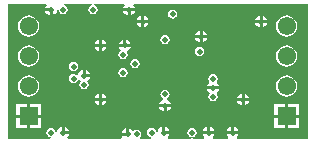
<source format=gbr>
%TF.GenerationSoftware,Altium Limited,Altium Designer,19.1.7 (138)*%
G04 Layer_Physical_Order=2*
G04 Layer_Color=36540*
%FSLAX26Y26*%
%MOIN*%
%TF.FileFunction,Copper,L2,Inr,Signal*%
%TF.Part,Single*%
G01*
G75*
%TA.AperFunction,ComponentPad*%
%ADD21C,0.061024*%
%ADD22R,0.061024X0.061024*%
%TA.AperFunction,ViaPad*%
%ADD23C,0.020000*%
G36*
X2000000Y1000000D02*
X1765067D01*
X1763550Y1005000D01*
X1764419Y1005581D01*
X1768840Y1012196D01*
X1769397Y1015000D01*
X1730603D01*
X1731160Y1012196D01*
X1735581Y1005581D01*
X1736450Y1005000D01*
X1734933Y1000000D01*
X1685067D01*
X1683550Y1005000D01*
X1684419Y1005581D01*
X1688840Y1012196D01*
X1689397Y1015000D01*
X1650603D01*
X1651160Y1012196D01*
X1655581Y1005581D01*
X1656450Y1005000D01*
X1654933Y1000000D01*
X1616970D01*
X1616478Y1005000D01*
X1618243Y1005351D01*
X1620853Y1005870D01*
X1625814Y1009186D01*
X1629130Y1014147D01*
X1630294Y1020000D01*
X1629130Y1025853D01*
X1625814Y1030814D01*
X1620853Y1034130D01*
X1615000Y1035294D01*
X1609147Y1034130D01*
X1604186Y1030814D01*
X1600870Y1025853D01*
X1599706Y1020000D01*
X1600870Y1014147D01*
X1604186Y1009186D01*
X1609147Y1005870D01*
X1611757Y1005351D01*
X1613522Y1005000D01*
X1613030Y1000000D01*
X1535067D01*
X1533550Y1005000D01*
X1534419Y1005581D01*
X1538840Y1012196D01*
X1539397Y1015000D01*
X1520000D01*
Y1020000D01*
X1515000D01*
Y1039397D01*
X1512196Y1038840D01*
X1505581Y1034419D01*
X1501160Y1027804D01*
X1500000Y1021970D01*
X1494902D01*
X1494130Y1025853D01*
X1490814Y1030814D01*
X1485853Y1034130D01*
X1480000Y1035294D01*
X1474147Y1034130D01*
X1469186Y1030814D01*
X1465870Y1025853D01*
X1464706Y1020000D01*
X1465870Y1014147D01*
X1469186Y1009186D01*
X1474147Y1005870D01*
X1478522Y1005000D01*
X1478030Y1000000D01*
X1443550D01*
X1442279Y1001945D01*
X1441359Y1005000D01*
X1444130Y1009147D01*
X1445294Y1015000D01*
X1444130Y1020853D01*
X1440814Y1025814D01*
X1435853Y1029130D01*
X1430000Y1030294D01*
X1424147Y1029130D01*
X1419186Y1025814D01*
X1416828D01*
X1414419Y1029419D01*
X1407804Y1033840D01*
X1405000Y1034397D01*
Y1015000D01*
X1400000D01*
Y1010000D01*
X1380603D01*
X1381160Y1007196D01*
X1382628Y1005000D01*
X1379955Y1000000D01*
X1200067D01*
X1198550Y1005000D01*
X1199419Y1005581D01*
X1203840Y1012196D01*
X1204397Y1015000D01*
X1185000D01*
Y1020000D01*
X1180000D01*
Y1039397D01*
X1177196Y1038840D01*
X1170581Y1034419D01*
X1166160Y1027804D01*
X1165000Y1021970D01*
X1159902D01*
X1159130Y1025853D01*
X1155814Y1030814D01*
X1150853Y1034130D01*
X1145000Y1035294D01*
X1139147Y1034130D01*
X1134186Y1030814D01*
X1130870Y1025853D01*
X1129706Y1020000D01*
X1130870Y1014147D01*
X1134186Y1009186D01*
X1139147Y1005870D01*
X1143522Y1005000D01*
X1143030Y1000000D01*
X1000000D01*
Y1450000D01*
X1129933D01*
X1131450Y1445000D01*
X1130581Y1444419D01*
X1126160Y1437804D01*
X1125603Y1435000D01*
X1145000D01*
Y1430000D01*
X1150000D01*
Y1410603D01*
X1152804Y1411160D01*
X1159419Y1415581D01*
X1163840Y1422196D01*
X1165000Y1428030D01*
X1170098D01*
X1170870Y1424147D01*
X1174186Y1419186D01*
X1179147Y1415870D01*
X1185000Y1414706D01*
X1190853Y1415870D01*
X1195814Y1419186D01*
X1199130Y1424147D01*
X1200294Y1430000D01*
X1199130Y1435853D01*
X1195814Y1440814D01*
X1190853Y1444130D01*
X1186478Y1445000D01*
X1186970Y1450000D01*
X1283030D01*
X1283522Y1445000D01*
X1281757Y1444649D01*
X1279147Y1444130D01*
X1274186Y1440814D01*
X1270870Y1435853D01*
X1269706Y1430000D01*
X1270870Y1424147D01*
X1274186Y1419186D01*
X1279147Y1415870D01*
X1285000Y1414706D01*
X1290853Y1415870D01*
X1295814Y1419186D01*
X1299130Y1424147D01*
X1300294Y1430000D01*
X1299130Y1435853D01*
X1295814Y1440814D01*
X1290853Y1444130D01*
X1288243Y1444649D01*
X1286478Y1445000D01*
X1286970Y1450000D01*
X1389933D01*
X1391450Y1445000D01*
X1390581Y1444419D01*
X1386160Y1437804D01*
X1385603Y1435000D01*
X1424397D01*
X1423840Y1437804D01*
X1419419Y1444419D01*
X1418550Y1445000D01*
X1420067Y1450000D01*
X2000000D01*
Y1000000D01*
D02*
G37*
%LPC*%
G36*
X1424397Y1425000D02*
X1410000D01*
Y1410603D01*
X1412804Y1411160D01*
X1419419Y1415581D01*
X1423840Y1422196D01*
X1424397Y1425000D01*
D02*
G37*
G36*
X1400000D02*
X1385603D01*
X1386160Y1422196D01*
X1390581Y1415581D01*
X1397196Y1411160D01*
X1400000Y1410603D01*
Y1425000D01*
D02*
G37*
G36*
X1140000D02*
X1125603D01*
X1126160Y1422196D01*
X1130581Y1415581D01*
X1137196Y1411160D01*
X1140000Y1410603D01*
Y1425000D01*
D02*
G37*
G36*
X1550000Y1430294D02*
X1544147Y1429130D01*
X1539186Y1425814D01*
X1535870Y1420853D01*
X1534706Y1415000D01*
X1535870Y1409147D01*
X1539186Y1404186D01*
X1544147Y1400870D01*
X1550000Y1399706D01*
X1555853Y1400870D01*
X1560814Y1404186D01*
X1564130Y1409147D01*
X1565294Y1415000D01*
X1564130Y1420853D01*
X1560814Y1425814D01*
X1555853Y1429130D01*
X1550000Y1430294D01*
D02*
G37*
G36*
X1850000Y1409397D02*
Y1395000D01*
X1864397D01*
X1863840Y1397804D01*
X1859419Y1404419D01*
X1852804Y1408840D01*
X1850000Y1409397D01*
D02*
G37*
G36*
X1840000D02*
X1837196Y1408840D01*
X1830581Y1404419D01*
X1826160Y1397804D01*
X1825603Y1395000D01*
X1840000D01*
Y1409397D01*
D02*
G37*
G36*
X1455000D02*
Y1395000D01*
X1469397D01*
X1468840Y1397804D01*
X1464419Y1404419D01*
X1457804Y1408840D01*
X1455000Y1409397D01*
D02*
G37*
G36*
X1445000D02*
X1442196Y1408840D01*
X1435581Y1404419D01*
X1431160Y1397804D01*
X1430603Y1395000D01*
X1445000D01*
Y1409397D01*
D02*
G37*
G36*
X1864397Y1385000D02*
X1850000D01*
Y1370603D01*
X1852804Y1371160D01*
X1859419Y1375581D01*
X1863840Y1382196D01*
X1864397Y1385000D01*
D02*
G37*
G36*
X1840000D02*
X1825603D01*
X1826160Y1382196D01*
X1830581Y1375581D01*
X1837196Y1371160D01*
X1840000Y1370603D01*
Y1385000D01*
D02*
G37*
G36*
X1469397D02*
X1455000D01*
Y1370603D01*
X1457804Y1371160D01*
X1464419Y1375581D01*
X1468840Y1382196D01*
X1469397Y1385000D01*
D02*
G37*
G36*
X1445000D02*
X1430603D01*
X1431160Y1382196D01*
X1435581Y1375581D01*
X1442196Y1371160D01*
X1445000Y1370603D01*
Y1385000D01*
D02*
G37*
G36*
X1650000Y1359397D02*
Y1345000D01*
X1664397D01*
X1663840Y1347804D01*
X1659419Y1354419D01*
X1652804Y1358840D01*
X1650000Y1359397D01*
D02*
G37*
G36*
X1640000D02*
X1637196Y1358840D01*
X1630581Y1354419D01*
X1626160Y1347804D01*
X1625603Y1345000D01*
X1640000D01*
Y1359397D01*
D02*
G37*
G36*
X1930000Y1410818D02*
X1920730Y1409598D01*
X1912091Y1406020D01*
X1904673Y1400327D01*
X1898980Y1392909D01*
X1895402Y1384270D01*
X1894182Y1375000D01*
X1895402Y1365730D01*
X1898980Y1357091D01*
X1904673Y1349673D01*
X1912091Y1343980D01*
X1920730Y1340402D01*
X1930000Y1339182D01*
X1939270Y1340402D01*
X1947909Y1343980D01*
X1955327Y1349673D01*
X1961020Y1357091D01*
X1964598Y1365730D01*
X1965818Y1375000D01*
X1964598Y1384270D01*
X1961020Y1392909D01*
X1955327Y1400327D01*
X1947909Y1406020D01*
X1939270Y1409598D01*
X1930000Y1410818D01*
D02*
G37*
G36*
X1070000D02*
X1060730Y1409598D01*
X1052091Y1406020D01*
X1044673Y1400327D01*
X1038980Y1392909D01*
X1035402Y1384270D01*
X1034182Y1375000D01*
X1035402Y1365730D01*
X1038980Y1357091D01*
X1044673Y1349673D01*
X1052091Y1343980D01*
X1060730Y1340402D01*
X1070000Y1339182D01*
X1079270Y1340402D01*
X1087909Y1343980D01*
X1095327Y1349673D01*
X1101020Y1357091D01*
X1104598Y1365730D01*
X1105818Y1375000D01*
X1104598Y1384270D01*
X1101020Y1392909D01*
X1095327Y1400327D01*
X1087909Y1406020D01*
X1079270Y1409598D01*
X1070000Y1410818D01*
D02*
G37*
G36*
X1664397Y1335000D02*
X1650000D01*
Y1320603D01*
X1652804Y1321160D01*
X1659419Y1325581D01*
X1663840Y1332196D01*
X1664397Y1335000D01*
D02*
G37*
G36*
X1640000D02*
X1625603D01*
X1626160Y1332196D01*
X1630581Y1325581D01*
X1637196Y1321160D01*
X1640000Y1320603D01*
Y1335000D01*
D02*
G37*
G36*
X1396063Y1330460D02*
Y1316063D01*
X1410460D01*
X1409903Y1318867D01*
X1405482Y1325482D01*
X1398867Y1329903D01*
X1396063Y1330460D01*
D02*
G37*
G36*
X1386063D02*
X1383259Y1329903D01*
X1376644Y1325482D01*
X1372223Y1318867D01*
X1371666Y1316063D01*
X1386063D01*
Y1330460D01*
D02*
G37*
G36*
X1315000Y1329397D02*
Y1315000D01*
X1329397D01*
X1328840Y1317804D01*
X1324419Y1324419D01*
X1317804Y1328840D01*
X1315000Y1329397D01*
D02*
G37*
G36*
X1305000D02*
X1302196Y1328840D01*
X1295581Y1324419D01*
X1291160Y1317804D01*
X1290603Y1315000D01*
X1305000D01*
Y1329397D01*
D02*
G37*
G36*
X1525000Y1345294D02*
X1519147Y1344130D01*
X1514186Y1340814D01*
X1510870Y1335853D01*
X1509706Y1330000D01*
X1510870Y1324147D01*
X1514186Y1319186D01*
X1519147Y1315870D01*
X1525000Y1314706D01*
X1530853Y1315870D01*
X1535814Y1319186D01*
X1539130Y1324147D01*
X1540294Y1330000D01*
X1539130Y1335853D01*
X1535814Y1340814D01*
X1530853Y1344130D01*
X1525000Y1345294D01*
D02*
G37*
G36*
X1329397Y1305000D02*
X1315000D01*
Y1290603D01*
X1317804Y1291160D01*
X1324419Y1295581D01*
X1328840Y1302196D01*
X1329397Y1305000D01*
D02*
G37*
G36*
X1305000D02*
X1290603D01*
X1291160Y1302196D01*
X1295581Y1295581D01*
X1302196Y1291160D01*
X1305000Y1290603D01*
Y1305000D01*
D02*
G37*
G36*
X1640000Y1305294D02*
X1634147Y1304130D01*
X1629186Y1300814D01*
X1625870Y1295853D01*
X1624706Y1290000D01*
X1625870Y1284147D01*
X1629186Y1279186D01*
X1634147Y1275870D01*
X1640000Y1274706D01*
X1645853Y1275870D01*
X1650814Y1279186D01*
X1654130Y1284147D01*
X1655294Y1290000D01*
X1654130Y1295853D01*
X1650814Y1300814D01*
X1645853Y1304130D01*
X1640000Y1305294D01*
D02*
G37*
G36*
X1410460Y1306063D02*
X1371666D01*
X1372223Y1303259D01*
X1376644Y1296644D01*
X1375277Y1291544D01*
X1374186Y1290814D01*
X1370870Y1285853D01*
X1369706Y1280000D01*
X1370870Y1274147D01*
X1374186Y1269186D01*
X1379147Y1265870D01*
X1385000Y1264706D01*
X1390853Y1265870D01*
X1395814Y1269186D01*
X1399130Y1274147D01*
X1400294Y1280000D01*
X1399130Y1285853D01*
X1398348Y1287022D01*
X1398867Y1292223D01*
X1405482Y1296644D01*
X1409903Y1303259D01*
X1410460Y1306063D01*
D02*
G37*
G36*
X1930000Y1310818D02*
X1920730Y1309598D01*
X1912091Y1306020D01*
X1904673Y1300327D01*
X1898980Y1292909D01*
X1895402Y1284270D01*
X1894182Y1275000D01*
X1895402Y1265730D01*
X1898980Y1257091D01*
X1904673Y1249673D01*
X1912091Y1243980D01*
X1920730Y1240402D01*
X1930000Y1239182D01*
X1939270Y1240402D01*
X1947909Y1243980D01*
X1955327Y1249673D01*
X1961020Y1257091D01*
X1964598Y1265730D01*
X1965818Y1275000D01*
X1964598Y1284270D01*
X1961020Y1292909D01*
X1955327Y1300327D01*
X1947909Y1306020D01*
X1939270Y1309598D01*
X1930000Y1310818D01*
D02*
G37*
G36*
X1070000D02*
X1060730Y1309598D01*
X1052091Y1306020D01*
X1044673Y1300327D01*
X1038980Y1292909D01*
X1035402Y1284270D01*
X1034182Y1275000D01*
X1035402Y1265730D01*
X1038980Y1257091D01*
X1044673Y1249673D01*
X1052091Y1243980D01*
X1060730Y1240402D01*
X1070000Y1239182D01*
X1079270Y1240402D01*
X1087909Y1243980D01*
X1095327Y1249673D01*
X1101020Y1257091D01*
X1104598Y1265730D01*
X1105818Y1275000D01*
X1104598Y1284270D01*
X1101020Y1292909D01*
X1095327Y1300327D01*
X1087909Y1306020D01*
X1079270Y1309598D01*
X1070000Y1310818D01*
D02*
G37*
G36*
X1425000Y1265294D02*
X1419147Y1264130D01*
X1414186Y1260814D01*
X1410870Y1255853D01*
X1409706Y1250000D01*
X1410870Y1244147D01*
X1414186Y1239186D01*
X1419147Y1235870D01*
X1425000Y1234706D01*
X1430853Y1235870D01*
X1435814Y1239186D01*
X1439130Y1244147D01*
X1440294Y1250000D01*
X1439130Y1255853D01*
X1435814Y1260814D01*
X1430853Y1264130D01*
X1425000Y1265294D01*
D02*
G37*
G36*
X1220000Y1255294D02*
X1214147Y1254130D01*
X1209186Y1250814D01*
X1205870Y1245853D01*
X1204706Y1240000D01*
X1205870Y1234147D01*
X1209186Y1229186D01*
X1214147Y1225870D01*
X1220000Y1224706D01*
X1225853Y1225870D01*
X1230814Y1229186D01*
X1234130Y1234147D01*
X1235294Y1240000D01*
X1234130Y1245853D01*
X1230814Y1250814D01*
X1225853Y1254130D01*
X1220000Y1255294D01*
D02*
G37*
G36*
X1260000Y1229397D02*
Y1215000D01*
X1274397D01*
X1273840Y1217804D01*
X1269419Y1224419D01*
X1262804Y1228840D01*
X1260000Y1229397D01*
D02*
G37*
G36*
X1250000D02*
X1247196Y1228840D01*
X1240581Y1224419D01*
X1236160Y1217804D01*
X1235242Y1213188D01*
X1233646Y1212332D01*
X1229806Y1211488D01*
X1225853Y1214130D01*
X1220000Y1215294D01*
X1214147Y1214130D01*
X1209186Y1210814D01*
X1205870Y1205853D01*
X1204706Y1200000D01*
X1205870Y1194147D01*
X1209186Y1189186D01*
X1214147Y1185870D01*
X1220000Y1184706D01*
X1225853Y1185870D01*
X1230814Y1189186D01*
X1234130Y1194147D01*
X1234450Y1195757D01*
X1239758Y1196812D01*
X1240581Y1195581D01*
X1244186Y1193172D01*
Y1190814D01*
X1240870Y1185853D01*
X1239706Y1180000D01*
X1240870Y1174147D01*
X1244186Y1169186D01*
X1249147Y1165870D01*
X1255000Y1164706D01*
X1260853Y1165870D01*
X1265814Y1169186D01*
X1269130Y1174147D01*
X1270294Y1180000D01*
X1269130Y1185853D01*
X1265814Y1190814D01*
Y1193172D01*
X1269419Y1195581D01*
X1273840Y1202196D01*
X1274397Y1205000D01*
X1255000D01*
Y1210000D01*
X1250000D01*
Y1229397D01*
D02*
G37*
G36*
X1385000Y1235294D02*
X1379147Y1234130D01*
X1374186Y1230814D01*
X1370870Y1225853D01*
X1369706Y1220000D01*
X1370870Y1214147D01*
X1374186Y1209186D01*
X1379147Y1205870D01*
X1385000Y1204706D01*
X1390853Y1205870D01*
X1395814Y1209186D01*
X1399130Y1214147D01*
X1400294Y1220000D01*
X1399130Y1225853D01*
X1395814Y1230814D01*
X1390853Y1234130D01*
X1385000Y1235294D01*
D02*
G37*
G36*
X1685000Y1215294D02*
X1679147Y1214130D01*
X1674186Y1210814D01*
X1670870Y1205853D01*
X1669706Y1200000D01*
X1670870Y1194147D01*
X1672798Y1191262D01*
X1671793Y1185229D01*
X1670581Y1184419D01*
X1666160Y1177804D01*
X1665603Y1175000D01*
X1704397D01*
X1703840Y1177804D01*
X1699419Y1184419D01*
X1698207Y1185229D01*
X1697503Y1191713D01*
X1699130Y1194147D01*
X1700294Y1200000D01*
X1699130Y1205853D01*
X1695814Y1210814D01*
X1690853Y1214130D01*
X1685000Y1215294D01*
D02*
G37*
G36*
X1930000Y1210818D02*
X1920730Y1209598D01*
X1912091Y1206020D01*
X1904673Y1200327D01*
X1898980Y1192909D01*
X1895402Y1184270D01*
X1894182Y1175000D01*
X1895402Y1165730D01*
X1898980Y1157091D01*
X1904673Y1149673D01*
X1912091Y1143980D01*
X1920730Y1140402D01*
X1930000Y1139182D01*
X1939270Y1140402D01*
X1947909Y1143980D01*
X1955327Y1149673D01*
X1961020Y1157091D01*
X1964598Y1165730D01*
X1965818Y1175000D01*
X1964598Y1184270D01*
X1961020Y1192909D01*
X1955327Y1200327D01*
X1947909Y1206020D01*
X1939270Y1209598D01*
X1930000Y1210818D01*
D02*
G37*
G36*
X1070000D02*
X1060730Y1209598D01*
X1052091Y1206020D01*
X1044673Y1200327D01*
X1038980Y1192909D01*
X1035402Y1184270D01*
X1034182Y1175000D01*
X1035402Y1165730D01*
X1038980Y1157091D01*
X1044673Y1149673D01*
X1052091Y1143980D01*
X1060730Y1140402D01*
X1070000Y1139182D01*
X1079270Y1140402D01*
X1087909Y1143980D01*
X1095327Y1149673D01*
X1101020Y1157091D01*
X1104598Y1165730D01*
X1105818Y1175000D01*
X1104598Y1184270D01*
X1101020Y1192909D01*
X1095327Y1200327D01*
X1087909Y1206020D01*
X1079270Y1209598D01*
X1070000Y1210818D01*
D02*
G37*
G36*
X1790000Y1149397D02*
Y1135000D01*
X1804397D01*
X1803840Y1137804D01*
X1799419Y1144419D01*
X1792804Y1148840D01*
X1790000Y1149397D01*
D02*
G37*
G36*
X1780000D02*
X1777196Y1148840D01*
X1770581Y1144419D01*
X1766160Y1137804D01*
X1765603Y1135000D01*
X1780000D01*
Y1149397D01*
D02*
G37*
G36*
X1315000D02*
Y1135000D01*
X1329397D01*
X1328840Y1137804D01*
X1324419Y1144419D01*
X1317804Y1148840D01*
X1315000Y1149397D01*
D02*
G37*
G36*
X1305000D02*
X1302196Y1148840D01*
X1295581Y1144419D01*
X1291160Y1137804D01*
X1290603Y1135000D01*
X1305000D01*
Y1149397D01*
D02*
G37*
G36*
X1704397Y1165000D02*
X1665603D01*
X1666160Y1162196D01*
X1670581Y1155581D01*
X1674186Y1153172D01*
Y1150814D01*
X1670870Y1145853D01*
X1669706Y1140000D01*
X1670870Y1134147D01*
X1674186Y1129186D01*
X1679147Y1125870D01*
X1685000Y1124706D01*
X1690853Y1125870D01*
X1695814Y1129186D01*
X1699130Y1134147D01*
X1700294Y1140000D01*
X1699130Y1145853D01*
X1697503Y1148287D01*
X1698207Y1154771D01*
X1699419Y1155581D01*
X1703840Y1162196D01*
X1704397Y1165000D01*
D02*
G37*
G36*
X1525250Y1162617D02*
X1519397Y1161453D01*
X1514436Y1158137D01*
X1511120Y1153176D01*
X1509956Y1147323D01*
X1511120Y1141470D01*
X1514436Y1136508D01*
X1518034Y1134104D01*
X1517401Y1128880D01*
X1517196Y1128840D01*
X1510581Y1124419D01*
X1506160Y1117804D01*
X1505603Y1115000D01*
X1544397D01*
X1543840Y1117804D01*
X1539419Y1124419D01*
X1532853Y1128807D01*
X1532806Y1128924D01*
X1532788Y1129021D01*
X1532351Y1134027D01*
X1536064Y1136508D01*
X1539380Y1141470D01*
X1540544Y1147323D01*
X1539380Y1153176D01*
X1536064Y1158137D01*
X1531103Y1161453D01*
X1525250Y1162617D01*
D02*
G37*
G36*
X1804397Y1125000D02*
X1790000D01*
Y1110603D01*
X1792804Y1111160D01*
X1799419Y1115581D01*
X1803840Y1122196D01*
X1804397Y1125000D01*
D02*
G37*
G36*
X1780000D02*
X1765603D01*
X1766160Y1122196D01*
X1770581Y1115581D01*
X1777196Y1111160D01*
X1780000Y1110603D01*
Y1125000D01*
D02*
G37*
G36*
X1329397D02*
X1315000D01*
Y1110603D01*
X1317804Y1111160D01*
X1324419Y1115581D01*
X1328840Y1122196D01*
X1329397Y1125000D01*
D02*
G37*
G36*
X1305000D02*
X1290603D01*
X1291160Y1122196D01*
X1295581Y1115581D01*
X1302196Y1111160D01*
X1305000Y1110603D01*
Y1125000D01*
D02*
G37*
G36*
X1544397Y1105000D02*
X1530000D01*
Y1090603D01*
X1532804Y1091160D01*
X1539419Y1095581D01*
X1543840Y1102196D01*
X1544397Y1105000D01*
D02*
G37*
G36*
X1520000D02*
X1505603D01*
X1506160Y1102196D01*
X1510581Y1095581D01*
X1517196Y1091160D01*
X1520000Y1090603D01*
Y1105000D01*
D02*
G37*
G36*
X1970512Y1115512D02*
X1935000D01*
Y1080000D01*
X1970512D01*
Y1115512D01*
D02*
G37*
G36*
X1110512D02*
X1075000D01*
Y1080000D01*
X1110512D01*
Y1115512D01*
D02*
G37*
G36*
X1065000D02*
X1029488D01*
Y1080000D01*
X1065000D01*
Y1115512D01*
D02*
G37*
G36*
X1925000D02*
X1889488D01*
Y1080000D01*
X1925000D01*
Y1115512D01*
D02*
G37*
G36*
X1970512Y1070000D02*
X1935000D01*
Y1034488D01*
X1970512D01*
Y1070000D01*
D02*
G37*
G36*
X1925000D02*
X1889488D01*
Y1034488D01*
X1925000D01*
Y1070000D01*
D02*
G37*
G36*
X1110512D02*
X1075000D01*
Y1034488D01*
X1110512D01*
Y1070000D01*
D02*
G37*
G36*
X1065000D02*
X1029488D01*
Y1034488D01*
X1065000D01*
Y1070000D01*
D02*
G37*
G36*
X1755000Y1039397D02*
Y1025000D01*
X1769397D01*
X1768840Y1027804D01*
X1764419Y1034419D01*
X1757804Y1038840D01*
X1755000Y1039397D01*
D02*
G37*
G36*
X1745000D02*
X1742196Y1038840D01*
X1735581Y1034419D01*
X1731160Y1027804D01*
X1730603Y1025000D01*
X1745000D01*
Y1039397D01*
D02*
G37*
G36*
X1675000D02*
Y1025000D01*
X1689397D01*
X1688840Y1027804D01*
X1684419Y1034419D01*
X1677804Y1038840D01*
X1675000Y1039397D01*
D02*
G37*
G36*
X1665000D02*
X1662196Y1038840D01*
X1655581Y1034419D01*
X1651160Y1027804D01*
X1650603Y1025000D01*
X1665000D01*
Y1039397D01*
D02*
G37*
G36*
X1525000D02*
Y1025000D01*
X1539397D01*
X1538840Y1027804D01*
X1534419Y1034419D01*
X1527804Y1038840D01*
X1525000Y1039397D01*
D02*
G37*
G36*
X1190000D02*
Y1025000D01*
X1204397D01*
X1203840Y1027804D01*
X1199419Y1034419D01*
X1192804Y1038840D01*
X1190000Y1039397D01*
D02*
G37*
G36*
X1395000Y1034397D02*
X1392196Y1033840D01*
X1385581Y1029419D01*
X1381160Y1022804D01*
X1380603Y1020000D01*
X1395000D01*
Y1034397D01*
D02*
G37*
%LPD*%
D21*
X1070000Y1175000D02*
D03*
X1930000D02*
D03*
Y1275000D02*
D03*
Y1375000D02*
D03*
X1070000Y1275000D02*
D03*
Y1375000D02*
D03*
D22*
X1930000Y1075000D02*
D03*
X1070000D02*
D03*
D23*
X1391063Y1311063D02*
D03*
X1310000Y1310000D02*
D03*
Y1130000D02*
D03*
X1525250Y1147323D02*
D03*
X1525000Y1110000D02*
D03*
X1845000Y1390000D02*
D03*
X1645000Y1340000D02*
D03*
X1640000Y1290000D02*
D03*
X1550000Y1415000D02*
D03*
X1450000Y1390000D02*
D03*
X1405000Y1430000D02*
D03*
X1185000D02*
D03*
X1145000D02*
D03*
Y1020000D02*
D03*
X1185000D02*
D03*
X1480000D02*
D03*
X1520000D02*
D03*
X1615000D02*
D03*
X1670000D02*
D03*
X1750000D02*
D03*
X1785000Y1130000D02*
D03*
X1685000Y1200000D02*
D03*
Y1170000D02*
D03*
Y1140000D02*
D03*
X1285000Y1430000D02*
D03*
X1255000Y1180000D02*
D03*
Y1210000D02*
D03*
X1430000Y1015000D02*
D03*
X1400000D02*
D03*
X1220000Y1200000D02*
D03*
Y1240000D02*
D03*
X1385000Y1220000D02*
D03*
X1425000Y1250000D02*
D03*
X1385000Y1280000D02*
D03*
X1525000Y1330000D02*
D03*
%TF.MD5,944afdd56e3d03eb6a1a7a5e1573d15f*%
M02*

</source>
